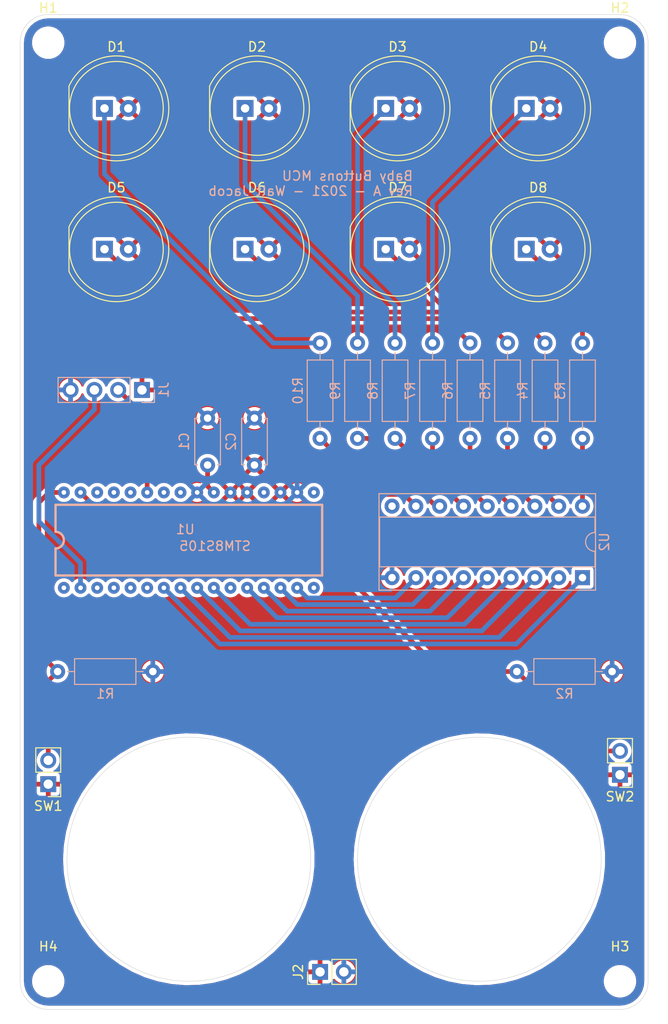
<source format=kicad_pcb>
(kicad_pcb (version 20171130) (host pcbnew "(5.1.9)-1")
  (layers (0 F.Cu signal) (31 B.Cu signal) (34 B.Paste user) (35 F.Paste user) (36 B.SilkS user) (37 F.SilkS user) (38 B.Mask user) (39 F.Mask user) (44 Edge.Cuts user))
  (net 0 "")
  (net 1 "Net-(C1-Pad2)")
  (net 2 GNDREF)
  (net 3 VDD)
  (net 4 "Net-(D1-Pad1)")
  (net 5 "Net-(D2-Pad1)")
  (net 6 "Net-(D3-Pad1)")
  (net 7 "Net-(D4-Pad1)")
  (net 8 "Net-(D5-Pad1)")
  (net 9 "Net-(D6-Pad1)")
  (net 10 "Net-(D7-Pad1)")
  (net 11 "Net-(D8-Pad1)")
  (net 12 SWIM)
  (net 13 ~RST)
  (net 14 SW1)
  (net 15 SW2)
  (net 16 "Net-(R3-Pad2)")
  (net 17 "Net-(R4-Pad2)")
  (net 18 "Net-(R5-Pad2)")
  (net 19 "Net-(R6-Pad2)")
  (net 20 "Net-(R7-Pad2)")
  (net 21 "Net-(R8-Pad2)")
  (net 22 "Net-(R9-Pad2)")
  (net 23 "Net-(R10-Pad2)")
  (net 24 "Net-(U1-Pad3)")
  (net 25 "Net-(U1-Pad4)")
  (net 26 "Net-(U1-Pad5)")
  (net 27 "Net-(U1-Pad7)")
  (net 28 "Net-(U1-Pad8)")
  (net 29 "Net-(U1-Pad13)")
  (net 30 "Net-(U1-Pad16)")
  (net 31 "Net-(U1-Pad17)")
  (net 32 CNTD)
  (net 33 CNTC)
  (net 34 CNTB)
  (net 35 CNTA)
  (net 36 "Net-(U1-Pad22)")
  (net 37 ~SW1)
  (net 38 ~SW2)
  (net 39 SW1OR2)
  (net 40 SW1&2)
  (net 41 "Net-(U1-Pad27)")
  (net 42 "Net-(U1-Pad28)")
  (net 43 "Net-(U1-Pad29)")
  (net 44 "Net-(U1-Pad30)")
  (net 45 "Net-(U1-Pad32)")
  (net 46 "Net-(U2-Pad10)")
  (module Package_DIP:DIP-18_W7.62mm_Socket (layer B.Cu) (at 160 110 90)
    (fp_text reference U2 (at 3.81 2.33 90) (layer B.SilkS) (effects (justify mirror)))
    (fp_text value ULN2803A)
    (fp_arc (start 3.81 1.33) (end 2.81 1.33) (angle 180) (layer B.SilkS) (width 0.12))
    (fp_line (start 2.81 1.33) (end 1.16 1.33) (layer B.SilkS) (width 0.12))
    (fp_line (start 1.16 1.33) (end 1.16 -21.65) (layer B.SilkS) (width 0.12))
    (fp_line (start 1.16 -21.65) (end 6.46 -21.65) (layer B.SilkS) (width 0.12))
    (fp_line (start 6.46 -21.65) (end 6.46 1.33) (layer B.SilkS) (width 0.12))
    (fp_line (start 6.46 1.33) (end 4.81 1.33) (layer B.SilkS) (width 0.12))
    (fp_line (start -1.33 1.39) (end -1.33 -21.71) (layer B.SilkS) (width 0.12))
    (fp_line (start -1.33 -21.71) (end 8.95 -21.71) (layer B.SilkS) (width 0.12))
    (fp_line (start 8.95 -21.71) (end 8.95 1.39) (layer B.SilkS) (width 0.12))
    (fp_line (start 8.95 1.39) (end -1.33 1.39) (layer B.SilkS) (width 0.12))
    (pad 18 thru_hole oval (at 7.62 0 90) (size 1.6 1.6) (drill 0.8) (layers *.Cu *.Mask) (net 16 "Net-(R3-Pad2)"))
    (pad 9 thru_hole oval (at 0 -20.32 90) (size 1.6 1.6) (drill 0.8) (layers *.Cu *.Mask) (net 2 GNDREF))
    (pad 17 thru_hole oval (at 7.62 -2.54 90) (size 1.6 1.6) (drill 0.8) (layers *.Cu *.Mask) (net 17 "Net-(R4-Pad2)"))
    (pad 8 thru_hole oval (at 0 -17.78 90) (size 1.6 1.6) (drill 0.8) (layers *.Cu *.Mask) (net 40 SW1&2))
    (pad 16 thru_hole oval (at 7.62 -5.08 90) (size 1.6 1.6) (drill 0.8) (layers *.Cu *.Mask) (net 18 "Net-(R5-Pad2)"))
    (pad 7 thru_hole oval (at 0 -15.24 90) (size 1.6 1.6) (drill 0.8) (layers *.Cu *.Mask) (net 39 SW1OR2))
    (pad 15 thru_hole oval (at 7.62 -7.62 90) (size 1.6 1.6) (drill 0.8) (layers *.Cu *.Mask) (net 19 "Net-(R6-Pad2)"))
    (pad 6 thru_hole oval (at 0 -12.7 90) (size 1.6 1.6) (drill 0.8) (layers *.Cu *.Mask) (net 38 ~SW2))
    (pad 14 thru_hole oval (at 7.62 -10.16 90) (size 1.6 1.6) (drill 0.8) (layers *.Cu *.Mask) (net 20 "Net-(R7-Pad2)"))
    (pad 5 thru_hole oval (at 0 -10.16 90) (size 1.6 1.6) (drill 0.8) (layers *.Cu *.Mask) (net 37 ~SW1))
    (pad 13 thru_hole oval (at 7.62 -12.7 90) (size 1.6 1.6) (drill 0.8) (layers *.Cu *.Mask) (net 21 "Net-(R8-Pad2)"))
    (pad 4 thru_hole oval (at 0 -7.62 90) (size 1.6 1.6) (drill 0.8) (layers *.Cu *.Mask) (net 35 CNTA))
    (pad 12 thru_hole oval (at 7.62 -15.24 90) (size 1.6 1.6) (drill 0.8) (layers *.Cu *.Mask) (net 22 "Net-(R9-Pad2)"))
    (pad 3 thru_hole oval (at 0 -5.08 90) (size 1.6 1.6) (drill 0.8) (layers *.Cu *.Mask) (net 34 CNTB))
    (pad 11 thru_hole oval (at 7.62 -17.78 90) (size 1.6 1.6) (drill 0.8) (layers *.Cu *.Mask) (net 23 "Net-(R10-Pad2)"))
    (pad 2 thru_hole oval (at 0 -2.54 90) (size 1.6 1.6) (drill 0.8) (layers *.Cu *.Mask) (net 33 CNTC))
    (pad 10 thru_hole oval (at 7.62 -20.32 90) (size 1.6 1.6) (drill 0.8) (layers *.Cu *.Mask) (net 46 "Net-(U2-Pad10)"))
    (pad 1 thru_hole rect (at 0 0 90) (size 1.6 1.6) (drill 0.8) (layers *.Cu *.Mask) (net 32 CNTD))
  )
  (module Custom:SDIP32-400 (layer B.Cu) (at 118 106)
    (fp_text reference U1 (at -0.381 -1.143) (layer B.SilkS) (effects (justify mirror)))
    (fp_text value STM8S105 (at 2.794 0.635) (layer B.SilkS) (effects (justify mirror)))
    (fp_arc (start -14.224 0) (end -14.224 -0.889) (angle 180) (layer B.SilkS) (width 0.254))
    (fp_line (start -14.224 -3.765) (end 14.224 -3.765) (layer B.SilkS) (width 0.254))
    (fp_line (start 14.224 -3.765) (end 14.224 3.765) (layer B.SilkS) (width 0.254))
    (fp_line (start 14.224 3.765) (end -14.224 3.765) (layer B.SilkS) (width 0.254))
    (fp_line (start -14.224 3.765) (end -14.224 0.889) (layer B.SilkS) (width 0.254))
    (fp_line (start -14.224 -0.889) (end -14.224 -3.765) (layer B.SilkS) (width 0.254))
    (pad 1 thru_hole circle (at -13.335 -5.08) (size 1.27 1.27) (drill 0.5) (layers *.Cu *.Mask) (net 14 SW1))
    (pad 2 thru_hole circle (at -11.557 -5.08) (size 1.27 1.27) (drill 0.5) (layers *.Cu *.Mask) (net 15 SW2))
    (pad 3 thru_hole circle (at -9.779 -5.08) (size 1.27 1.27) (drill 0.5) (layers *.Cu *.Mask) (net 24 "Net-(U1-Pad3)"))
    (pad 4 thru_hole circle (at -8.001 -5.08) (size 1.27 1.27) (drill 0.5) (layers *.Cu *.Mask) (net 25 "Net-(U1-Pad4)"))
    (pad 5 thru_hole circle (at -6.223 -5.08) (size 1.27 1.27) (drill 0.5) (layers *.Cu *.Mask) (net 26 "Net-(U1-Pad5)"))
    (pad 6 thru_hole circle (at -4.445 -5.08) (size 1.27 1.27) (drill 0.5) (layers *.Cu *.Mask) (net 13 ~RST))
    (pad 7 thru_hole circle (at -2.667 -5.08) (size 1.27 1.27) (drill 0.5) (layers *.Cu *.Mask) (net 27 "Net-(U1-Pad7)"))
    (pad 8 thru_hole circle (at -0.889 -5.08) (size 1.27 1.27) (drill 0.5) (layers *.Cu *.Mask) (net 28 "Net-(U1-Pad8)"))
    (pad 9 thru_hole circle (at 0.889 -5.08) (size 1.27 1.27) (drill 0.5) (layers *.Cu *.Mask) (net 2 GNDREF))
    (pad 10 thru_hole circle (at 2.667 -5.08) (size 1.27 1.27) (drill 0.5) (layers *.Cu *.Mask) (net 1 "Net-(C1-Pad2)"))
    (pad 11 thru_hole circle (at 4.445 -5.08) (size 1.27 1.27) (drill 0.5) (layers *.Cu *.Mask) (net 3 VDD))
    (pad 12 thru_hole circle (at 6.223 -5.08) (size 1.27 1.27) (drill 0.5) (layers *.Cu *.Mask) (net 3 VDD))
    (pad 13 thru_hole circle (at 8.001 -5.08) (size 1.27 1.27) (drill 0.5) (layers *.Cu *.Mask) (net 29 "Net-(U1-Pad13)"))
    (pad 14 thru_hole circle (at 9.779 -5.08) (size 1.27 1.27) (drill 0.5) (layers *.Cu *.Mask) (net 3 VDD))
    (pad 15 thru_hole circle (at 11.557 -5.08) (size 1.27 1.27) (drill 0.5) (layers *.Cu *.Mask) (net 2 GNDREF))
    (pad 16 thru_hole circle (at 13.335 -5.08) (size 1.27 1.27) (drill 0.5) (layers *.Cu *.Mask) (net 30 "Net-(U1-Pad16)"))
    (pad 17 thru_hole circle (at 13.335 5.08) (size 1.27 1.27) (drill 0.5) (layers *.Cu *.Mask) (net 31 "Net-(U1-Pad17)"))
    (pad 18 thru_hole circle (at 11.557 5.08) (size 1.27 1.27) (drill 0.5) (layers *.Cu *.Mask) (net 40 SW1&2))
    (pad 19 thru_hole circle (at 9.779 5.08) (size 1.27 1.27) (drill 0.5) (layers *.Cu *.Mask) (net 39 SW1OR2))
    (pad 20 thru_hole circle (at 8.001 5.08) (size 1.27 1.27) (drill 0.5) (layers *.Cu *.Mask) (net 38 ~SW2))
    (pad 21 thru_hole circle (at 6.223 5.08) (size 1.27 1.27) (drill 0.5) (layers *.Cu *.Mask) (net 37 ~SW1))
    (pad 22 thru_hole circle (at 4.445 5.08) (size 1.27 1.27) (drill 0.5) (layers *.Cu *.Mask) (net 36 "Net-(U1-Pad22)"))
    (pad 23 thru_hole circle (at 2.667 5.08) (size 1.27 1.27) (drill 0.5) (layers *.Cu *.Mask) (net 35 CNTA))
    (pad 24 thru_hole circle (at 0.889 5.08) (size 1.27 1.27) (drill 0.5) (layers *.Cu *.Mask) (net 34 CNTB))
    (pad 25 thru_hole circle (at -0.889 5.08) (size 1.27 1.27) (drill 0.5) (layers *.Cu *.Mask) (net 33 CNTC))
    (pad 26 thru_hole circle (at -2.667 5.08) (size 1.27 1.27) (drill 0.5) (layers *.Cu *.Mask) (net 32 CNTD))
    (pad 27 thru_hole circle (at -4.445 5.08) (size 1.27 1.27) (drill 0.5) (layers *.Cu *.Mask) (net 41 "Net-(U1-Pad27)"))
    (pad 28 thru_hole circle (at -6.223 5.08) (size 1.27 1.27) (drill 0.5) (layers *.Cu *.Mask) (net 42 "Net-(U1-Pad28)"))
    (pad 29 thru_hole circle (at -8.001 5.08) (size 1.27 1.27) (drill 0.5) (layers *.Cu *.Mask) (net 43 "Net-(U1-Pad29)"))
    (pad 30 thru_hole circle (at -9.779 5.08) (size 1.27 1.27) (drill 0.5) (layers *.Cu *.Mask) (net 44 "Net-(U1-Pad30)"))
    (pad 31 thru_hole circle (at -11.557 5.08) (size 1.27 1.27) (drill 0.5) (layers *.Cu *.Mask) (net 12 SWIM))
    (pad 32 thru_hole circle (at -13.335 5.08) (size 1.27 1.27) (drill 0.5) (layers *.Cu *.Mask) (net 45 "Net-(U1-Pad32)"))
  )
  (module Connector_PinHeader_2.54mm:PinHeader_1x02_P2.54mm_Vertical (layer F.Cu) (at 164 131 180)
    (fp_text reference SW2 (at 0 -2.33) (layer F.SilkS))
    (fp_text value SW_SPST)
    (fp_line (start -1.33 3.87) (end 1.33 3.87) (layer F.SilkS) (width 0.12))
    (fp_line (start -1.33 1.27) (end -1.33 3.87) (layer F.SilkS) (width 0.12))
    (fp_line (start 1.33 1.27) (end 1.33 3.87) (layer F.SilkS) (width 0.12))
    (fp_line (start -1.33 1.27) (end 1.33 1.27) (layer F.SilkS) (width 0.12))
    (fp_line (start -1.33 0) (end -1.33 -1.33) (layer F.SilkS) (width 0.12))
    (fp_line (start -1.33 -1.33) (end 0 -1.33) (layer F.SilkS) (width 0.12))
    (pad 2 thru_hole oval (at 0 2.54 180) (size 1.7 1.7) (drill 1) (layers *.Cu *.Mask) (net 15 SW2))
    (pad 1 thru_hole rect (at 0 0 180) (size 1.7 1.7) (drill 1) (layers *.Cu *.Mask) (net 3 VDD))
  )
  (module Connector_PinHeader_2.54mm:PinHeader_1x02_P2.54mm_Vertical (layer F.Cu) (at 103 132 180)
    (fp_text reference SW1 (at 0 -2.33) (layer F.SilkS))
    (fp_text value SW_SPST)
    (fp_line (start -1.33 3.87) (end 1.33 3.87) (layer F.SilkS) (width 0.12))
    (fp_line (start -1.33 1.27) (end -1.33 3.87) (layer F.SilkS) (width 0.12))
    (fp_line (start 1.33 1.27) (end 1.33 3.87) (layer F.SilkS) (width 0.12))
    (fp_line (start -1.33 1.27) (end 1.33 1.27) (layer F.SilkS) (width 0.12))
    (fp_line (start -1.33 0) (end -1.33 -1.33) (layer F.SilkS) (width 0.12))
    (fp_line (start -1.33 -1.33) (end 0 -1.33) (layer F.SilkS) (width 0.12))
    (pad 2 thru_hole oval (at 0 2.54 180) (size 1.7 1.7) (drill 1) (layers *.Cu *.Mask) (net 14 SW1))
    (pad 1 thru_hole rect (at 0 0 180) (size 1.7 1.7) (drill 1) (layers *.Cu *.Mask) (net 3 VDD))
  )
  (module Resistor_THT:R_Axial_DIN0207_L6.3mm_D2.5mm_P10.16mm_Horizontal (layer B.Cu) (at 132 85 270)
    (fp_text reference R10 (at 5.08 2.37 90) (layer B.SilkS) (effects (justify mirror)))
    (fp_text value 100)
    (fp_line (start 1.81 1.37) (end 1.81 -1.37) (layer B.SilkS) (width 0.12))
    (fp_line (start 1.81 -1.37) (end 8.35 -1.37) (layer B.SilkS) (width 0.12))
    (fp_line (start 8.35 -1.37) (end 8.35 1.37) (layer B.SilkS) (width 0.12))
    (fp_line (start 8.35 1.37) (end 1.81 1.37) (layer B.SilkS) (width 0.12))
    (fp_line (start 1.04 0) (end 1.81 0) (layer B.SilkS) (width 0.12))
    (fp_line (start 9.12 0) (end 8.35 0) (layer B.SilkS) (width 0.12))
    (pad 2 thru_hole oval (at 10.16 0 270) (size 1.6 1.6) (drill 0.8) (layers *.Cu *.Mask) (net 23 "Net-(R10-Pad2)"))
    (pad 1 thru_hole circle (at 0 0 270) (size 1.6 1.6) (drill 0.8) (layers *.Cu *.Mask) (net 4 "Net-(D1-Pad1)"))
  )
  (module Resistor_THT:R_Axial_DIN0207_L6.3mm_D2.5mm_P10.16mm_Horizontal (layer B.Cu) (at 136 85 270)
    (fp_text reference R9 (at 5.08 2.37 90) (layer B.SilkS) (effects (justify mirror)))
    (fp_text value 100)
    (fp_line (start 1.81 1.37) (end 1.81 -1.37) (layer B.SilkS) (width 0.12))
    (fp_line (start 1.81 -1.37) (end 8.35 -1.37) (layer B.SilkS) (width 0.12))
    (fp_line (start 8.35 -1.37) (end 8.35 1.37) (layer B.SilkS) (width 0.12))
    (fp_line (start 8.35 1.37) (end 1.81 1.37) (layer B.SilkS) (width 0.12))
    (fp_line (start 1.04 0) (end 1.81 0) (layer B.SilkS) (width 0.12))
    (fp_line (start 9.12 0) (end 8.35 0) (layer B.SilkS) (width 0.12))
    (pad 2 thru_hole oval (at 10.16 0 270) (size 1.6 1.6) (drill 0.8) (layers *.Cu *.Mask) (net 22 "Net-(R9-Pad2)"))
    (pad 1 thru_hole circle (at 0 0 270) (size 1.6 1.6) (drill 0.8) (layers *.Cu *.Mask) (net 5 "Net-(D2-Pad1)"))
  )
  (module Resistor_THT:R_Axial_DIN0207_L6.3mm_D2.5mm_P10.16mm_Horizontal (layer B.Cu) (at 140 85 270)
    (fp_text reference R8 (at 5.08 2.37 90) (layer B.SilkS) (effects (justify mirror)))
    (fp_text value 100)
    (fp_line (start 1.81 1.37) (end 1.81 -1.37) (layer B.SilkS) (width 0.12))
    (fp_line (start 1.81 -1.37) (end 8.35 -1.37) (layer B.SilkS) (width 0.12))
    (fp_line (start 8.35 -1.37) (end 8.35 1.37) (layer B.SilkS) (width 0.12))
    (fp_line (start 8.35 1.37) (end 1.81 1.37) (layer B.SilkS) (width 0.12))
    (fp_line (start 1.04 0) (end 1.81 0) (layer B.SilkS) (width 0.12))
    (fp_line (start 9.12 0) (end 8.35 0) (layer B.SilkS) (width 0.12))
    (pad 2 thru_hole oval (at 10.16 0 270) (size 1.6 1.6) (drill 0.8) (layers *.Cu *.Mask) (net 21 "Net-(R8-Pad2)"))
    (pad 1 thru_hole circle (at 0 0 270) (size 1.6 1.6) (drill 0.8) (layers *.Cu *.Mask) (net 6 "Net-(D3-Pad1)"))
  )
  (module Resistor_THT:R_Axial_DIN0207_L6.3mm_D2.5mm_P10.16mm_Horizontal (layer B.Cu) (at 144 85 270)
    (fp_text reference R7 (at 5.08 2.37 90) (layer B.SilkS) (effects (justify mirror)))
    (fp_text value 100)
    (fp_line (start 1.81 1.37) (end 1.81 -1.37) (layer B.SilkS) (width 0.12))
    (fp_line (start 1.81 -1.37) (end 8.35 -1.37) (layer B.SilkS) (width 0.12))
    (fp_line (start 8.35 -1.37) (end 8.35 1.37) (layer B.SilkS) (width 0.12))
    (fp_line (start 8.35 1.37) (end 1.81 1.37) (layer B.SilkS) (width 0.12))
    (fp_line (start 1.04 0) (end 1.81 0) (layer B.SilkS) (width 0.12))
    (fp_line (start 9.12 0) (end 8.35 0) (layer B.SilkS) (width 0.12))
    (pad 2 thru_hole oval (at 10.16 0 270) (size 1.6 1.6) (drill 0.8) (layers *.Cu *.Mask) (net 20 "Net-(R7-Pad2)"))
    (pad 1 thru_hole circle (at 0 0 270) (size 1.6 1.6) (drill 0.8) (layers *.Cu *.Mask) (net 7 "Net-(D4-Pad1)"))
  )
  (module Resistor_THT:R_Axial_DIN0207_L6.3mm_D2.5mm_P10.16mm_Horizontal (layer B.Cu) (at 148 85 270)
    (fp_text reference R6 (at 5.08 2.37 270) (layer B.SilkS) (effects (justify mirror)))
    (fp_text value 100)
    (fp_line (start 1.81 1.37) (end 1.81 -1.37) (layer B.SilkS) (width 0.12))
    (fp_line (start 1.81 -1.37) (end 8.35 -1.37) (layer B.SilkS) (width 0.12))
    (fp_line (start 8.35 -1.37) (end 8.35 1.37) (layer B.SilkS) (width 0.12))
    (fp_line (start 8.35 1.37) (end 1.81 1.37) (layer B.SilkS) (width 0.12))
    (fp_line (start 1.04 0) (end 1.81 0) (layer B.SilkS) (width 0.12))
    (fp_line (start 9.12 0) (end 8.35 0) (layer B.SilkS) (width 0.12))
    (pad 2 thru_hole oval (at 10.16 0 270) (size 1.6 1.6) (drill 0.8) (layers *.Cu *.Mask) (net 19 "Net-(R6-Pad2)"))
    (pad 1 thru_hole circle (at 0 0 270) (size 1.6 1.6) (drill 0.8) (layers *.Cu *.Mask) (net 8 "Net-(D5-Pad1)"))
  )
  (module Resistor_THT:R_Axial_DIN0207_L6.3mm_D2.5mm_P10.16mm_Horizontal (layer B.Cu) (at 152 85 270)
    (fp_text reference R5 (at 5.08 2.37 270) (layer B.SilkS) (effects (justify mirror)))
    (fp_text value 100)
    (fp_line (start 1.81 1.37) (end 1.81 -1.37) (layer B.SilkS) (width 0.12))
    (fp_line (start 1.81 -1.37) (end 8.35 -1.37) (layer B.SilkS) (width 0.12))
    (fp_line (start 8.35 -1.37) (end 8.35 1.37) (layer B.SilkS) (width 0.12))
    (fp_line (start 8.35 1.37) (end 1.81 1.37) (layer B.SilkS) (width 0.12))
    (fp_line (start 1.04 0) (end 1.81 0) (layer B.SilkS) (width 0.12))
    (fp_line (start 9.12 0) (end 8.35 0) (layer B.SilkS) (width 0.12))
    (pad 2 thru_hole oval (at 10.16 0 270) (size 1.6 1.6) (drill 0.8) (layers *.Cu *.Mask) (net 18 "Net-(R5-Pad2)"))
    (pad 1 thru_hole circle (at 0 0 270) (size 1.6 1.6) (drill 0.8) (layers *.Cu *.Mask) (net 9 "Net-(D6-Pad1)"))
  )
  (module Resistor_THT:R_Axial_DIN0207_L6.3mm_D2.5mm_P10.16mm_Horizontal (layer B.Cu) (at 156 85 270)
    (fp_text reference R4 (at 5.08 2.37 270) (layer B.SilkS) (effects (justify mirror)))
    (fp_text value 100)
    (fp_line (start 1.81 1.37) (end 1.81 -1.37) (layer B.SilkS) (width 0.12))
    (fp_line (start 1.81 -1.37) (end 8.35 -1.37) (layer B.SilkS) (width 0.12))
    (fp_line (start 8.35 -1.37) (end 8.35 1.37) (layer B.SilkS) (width 0.12))
    (fp_line (start 8.35 1.37) (end 1.81 1.37) (layer B.SilkS) (width 0.12))
    (fp_line (start 1.04 0) (end 1.81 0) (layer B.SilkS) (width 0.12))
    (fp_line (start 9.12 0) (end 8.35 0) (layer B.SilkS) (width 0.12))
    (pad 2 thru_hole oval (at 10.16 0 270) (size 1.6 1.6) (drill 0.8) (layers *.Cu *.Mask) (net 17 "Net-(R4-Pad2)"))
    (pad 1 thru_hole circle (at 0 0 270) (size 1.6 1.6) (drill 0.8) (layers *.Cu *.Mask) (net 10 "Net-(D7-Pad1)"))
  )
  (module Resistor_THT:R_Axial_DIN0207_L6.3mm_D2.5mm_P10.16mm_Horizontal (layer B.Cu) (at 160 85 270)
    (fp_text reference R3 (at 5.08 2.37 270) (layer B.SilkS) (effects (justify mirror)))
    (fp_text value 100)
    (fp_line (start 1.81 1.37) (end 1.81 -1.37) (layer B.SilkS) (width 0.12))
    (fp_line (start 1.81 -1.37) (end 8.35 -1.37) (layer B.SilkS) (width 0.12))
    (fp_line (start 8.35 -1.37) (end 8.35 1.37) (layer B.SilkS) (width 0.12))
    (fp_line (start 8.35 1.37) (end 1.81 1.37) (layer B.SilkS) (width 0.12))
    (fp_line (start 1.04 0) (end 1.81 0) (layer B.SilkS) (width 0.12))
    (fp_line (start 9.12 0) (end 8.35 0) (layer B.SilkS) (width 0.12))
    (pad 2 thru_hole oval (at 10.16 0 270) (size 1.6 1.6) (drill 0.8) (layers *.Cu *.Mask) (net 16 "Net-(R3-Pad2)"))
    (pad 1 thru_hole circle (at 0 0 270) (size 1.6 1.6) (drill 0.8) (layers *.Cu *.Mask) (net 11 "Net-(D8-Pad1)"))
  )
  (module Resistor_THT:R_Axial_DIN0207_L6.3mm_D2.5mm_P10.16mm_Horizontal (layer B.Cu) (at 153 120)
    (fp_text reference R2 (at 5.08 2.37) (layer B.SilkS) (effects (justify mirror)))
    (fp_text value 100k)
    (fp_line (start 1.81 1.37) (end 1.81 -1.37) (layer B.SilkS) (width 0.12))
    (fp_line (start 1.81 -1.37) (end 8.35 -1.37) (layer B.SilkS) (width 0.12))
    (fp_line (start 8.35 -1.37) (end 8.35 1.37) (layer B.SilkS) (width 0.12))
    (fp_line (start 8.35 1.37) (end 1.81 1.37) (layer B.SilkS) (width 0.12))
    (fp_line (start 1.04 0) (end 1.81 0) (layer B.SilkS) (width 0.12))
    (fp_line (start 9.12 0) (end 8.35 0) (layer B.SilkS) (width 0.12))
    (pad 2 thru_hole oval (at 10.16 0) (size 1.6 1.6) (drill 0.8) (layers *.Cu *.Mask) (net 2 GNDREF))
    (pad 1 thru_hole circle (at 0 0) (size 1.6 1.6) (drill 0.8) (layers *.Cu *.Mask) (net 15 SW2))
  )
  (module Resistor_THT:R_Axial_DIN0207_L6.3mm_D2.5mm_P10.16mm_Horizontal (layer B.Cu) (at 104 120)
    (fp_text reference R1 (at 5.08 2.37) (layer B.SilkS) (effects (justify mirror)))
    (fp_text value 100k)
    (fp_line (start 1.81 1.37) (end 1.81 -1.37) (layer B.SilkS) (width 0.12))
    (fp_line (start 1.81 -1.37) (end 8.35 -1.37) (layer B.SilkS) (width 0.12))
    (fp_line (start 8.35 -1.37) (end 8.35 1.37) (layer B.SilkS) (width 0.12))
    (fp_line (start 8.35 1.37) (end 1.81 1.37) (layer B.SilkS) (width 0.12))
    (fp_line (start 1.04 0) (end 1.81 0) (layer B.SilkS) (width 0.12))
    (fp_line (start 9.12 0) (end 8.35 0) (layer B.SilkS) (width 0.12))
    (pad 2 thru_hole oval (at 10.16 0) (size 1.6 1.6) (drill 0.8) (layers *.Cu *.Mask) (net 2 GNDREF))
    (pad 1 thru_hole circle (at 0 0) (size 1.6 1.6) (drill 0.8) (layers *.Cu *.Mask) (net 14 SW1))
  )
  (module Connector_PinHeader_2.54mm:PinHeader_1x02_P2.54mm_Vertical (layer F.Cu) (at 132 152 90)
    (fp_text reference J2 (at 0 -2.33 90) (layer F.SilkS))
    (fp_text value PWR)
    (fp_line (start -1.33 3.87) (end 1.33 3.87) (layer F.SilkS) (width 0.12))
    (fp_line (start -1.33 1.27) (end -1.33 3.87) (layer F.SilkS) (width 0.12))
    (fp_line (start 1.33 1.27) (end 1.33 3.87) (layer F.SilkS) (width 0.12))
    (fp_line (start -1.33 1.27) (end 1.33 1.27) (layer F.SilkS) (width 0.12))
    (fp_line (start -1.33 0) (end -1.33 -1.33) (layer F.SilkS) (width 0.12))
    (fp_line (start -1.33 -1.33) (end 0 -1.33) (layer F.SilkS) (width 0.12))
    (pad 2 thru_hole oval (at 0 2.54 90) (size 1.7 1.7) (drill 1) (layers *.Cu *.Mask) (net 2 GNDREF))
    (pad 1 thru_hole rect (at 0 0 90) (size 1.7 1.7) (drill 1) (layers *.Cu *.Mask) (net 3 VDD))
  )
  (module Connector_PinHeader_2.54mm:PinHeader_1x04_P2.54mm_Vertical (layer B.Cu) (at 113 90 90)
    (fp_text reference J1 (at 0 2.33 -90) (layer B.SilkS) (effects (justify mirror)))
    (fp_text value SWIM)
    (fp_line (start -1.33 -8.95) (end 1.33 -8.95) (layer B.SilkS) (width 0.12))
    (fp_line (start -1.33 -1.27) (end -1.33 -8.95) (layer B.SilkS) (width 0.12))
    (fp_line (start 1.33 -1.27) (end 1.33 -8.95) (layer B.SilkS) (width 0.12))
    (fp_line (start -1.33 -1.27) (end 1.33 -1.27) (layer B.SilkS) (width 0.12))
    (fp_line (start -1.33 0) (end -1.33 1.33) (layer B.SilkS) (width 0.12))
    (fp_line (start -1.33 1.33) (end 0 1.33) (layer B.SilkS) (width 0.12))
    (pad 4 thru_hole oval (at 0 -7.62 90) (size 1.7 1.7) (drill 1) (layers *.Cu *.Mask) (net 2 GNDREF))
    (pad 3 thru_hole oval (at 0 -5.08 90) (size 1.7 1.7) (drill 1) (layers *.Cu *.Mask) (net 12 SWIM))
    (pad 2 thru_hole oval (at 0 -2.54 90) (size 1.7 1.7) (drill 1) (layers *.Cu *.Mask) (net 13 ~RST))
    (pad 1 thru_hole rect (at 0 0 90) (size 1.7 1.7) (drill 1) (layers *.Cu *.Mask) (net 3 VDD))
  )
  (module MountingHole:MountingHole_2.7mm_M2.5 (layer F.Cu) (at 103 153)
    (fp_text reference H4 (at 0 -3.7) (layer F.SilkS))
    (fp_text value MountingHole)
    (pad 1 np_thru_hole circle (at 0 0) (size 2.7 2.7) (drill 2.7) (layers *.Cu *.Mask))
  )
  (module MountingHole:MountingHole_2.7mm_M2.5 (layer F.Cu) (at 164 153)
    (fp_text reference H3 (at 0 -3.7) (layer F.SilkS))
    (fp_text value MountingHole)
    (pad 1 np_thru_hole circle (at 0 0) (size 2.7 2.7) (drill 2.7) (layers *.Cu *.Mask))
  )
  (module MountingHole:MountingHole_2.7mm_M2.5 (layer F.Cu) (at 164 53)
    (fp_text reference H2 (at 0 -3.7) (layer F.SilkS))
    (fp_text value MountingHole)
    (pad 1 np_thru_hole circle (at 0 0) (size 2.7 2.7) (drill 2.7) (layers *.Cu *.Mask))
  )
  (module MountingHole:MountingHole_2.7mm_M2.5 (layer F.Cu) (at 103 53)
    (fp_text reference H1 (at 0 -3.7) (layer F.SilkS))
    (fp_text value MountingHole)
    (pad 1 np_thru_hole circle (at 0 0) (size 2.7 2.7) (drill 2.7) (layers *.Cu *.Mask))
  )
  (module LED_THT:LED_D10.0mm (layer F.Cu) (at 154 75)
    (fp_text reference D8 (at 1.27 -6.56) (layer F.SilkS))
    (fp_text value LEDR)
    (fp_arc (start 1.27 0) (end -3.79 2.375816) (angle -154.8) (layer F.SilkS) (width 0.12))
    (fp_arc (start 1.27 0) (end -3.79 -2.375816) (angle 154.8) (layer F.SilkS) (width 0.12))
    (fp_circle (center 1.27 0) (end 6.27 0) (layer F.SilkS) (width 0.12))
    (fp_line (start -3.79 -2.376) (end -3.79 2.376) (layer F.SilkS) (width 0.12))
    (pad 2 thru_hole circle (at 2.54 0) (size 1.8 1.8) (drill 0.9) (layers *.Cu *.Mask) (net 3 VDD))
    (pad 1 thru_hole rect (at 0 0) (size 1.8 1.8) (drill 0.9) (layers *.Cu *.Mask) (net 11 "Net-(D8-Pad1)"))
  )
  (module LED_THT:LED_D10.0mm (layer F.Cu) (at 139 75)
    (fp_text reference D7 (at 1.27 -6.56) (layer F.SilkS))
    (fp_text value LEDR)
    (fp_arc (start 1.27 0) (end -3.79 2.375816) (angle -154.8) (layer F.SilkS) (width 0.12))
    (fp_arc (start 1.27 0) (end -3.79 -2.375816) (angle 154.8) (layer F.SilkS) (width 0.12))
    (fp_circle (center 1.27 0) (end 6.27 0) (layer F.SilkS) (width 0.12))
    (fp_line (start -3.79 -2.376) (end -3.79 2.376) (layer F.SilkS) (width 0.12))
    (pad 2 thru_hole circle (at 2.54 0) (size 1.8 1.8) (drill 0.9) (layers *.Cu *.Mask) (net 3 VDD))
    (pad 1 thru_hole rect (at 0 0) (size 1.8 1.8) (drill 0.9) (layers *.Cu *.Mask) (net 10 "Net-(D7-Pad1)"))
  )
  (module LED_THT:LED_D10.0mm (layer F.Cu) (at 124 75)
    (fp_text reference D6 (at 1.27 -6.56) (layer F.SilkS))
    (fp_text value LEDR)
    (fp_arc (start 1.27 0) (end -3.79 2.375816) (angle -154.8) (layer F.SilkS) (width 0.12))
    (fp_arc (start 1.27 0) (end -3.79 -2.375816) (angle 154.8) (layer F.SilkS) (width 0.12))
    (fp_circle (center 1.27 0) (end 6.27 0) (layer F.SilkS) (width 0.12))
    (fp_line (start -3.79 -2.376) (end -3.79 2.376) (layer F.SilkS) (width 0.12))
    (pad 2 thru_hole circle (at 2.54 0) (size 1.8 1.8) (drill 0.9) (layers *.Cu *.Mask) (net 3 VDD))
    (pad 1 thru_hole rect (at 0 0) (size 1.8 1.8) (drill 0.9) (layers *.Cu *.Mask) (net 9 "Net-(D6-Pad1)"))
  )
  (module LED_THT:LED_D10.0mm (layer F.Cu) (at 109 75)
    (fp_text reference D5 (at 1.27 -6.56) (layer F.SilkS))
    (fp_text value LEDR)
    (fp_arc (start 1.27 0) (end -3.79 2.375816) (angle -154.8) (layer F.SilkS) (width 0.12))
    (fp_arc (start 1.27 0) (end -3.79 -2.375816) (angle 154.8) (layer F.SilkS) (width 0.12))
    (fp_circle (center 1.27 0) (end 6.27 0) (layer F.SilkS) (width 0.12))
    (fp_line (start -3.79 -2.376) (end -3.79 2.376) (layer F.SilkS) (width 0.12))
    (pad 2 thru_hole circle (at 2.54 0) (size 1.8 1.8) (drill 0.9) (layers *.Cu *.Mask) (net 3 VDD))
    (pad 1 thru_hole rect (at 0 0) (size 1.8 1.8) (drill 0.9) (layers *.Cu *.Mask) (net 8 "Net-(D5-Pad1)"))
  )
  (module LED_THT:LED_D10.0mm (layer F.Cu) (at 154 60)
    (fp_text reference D4 (at 1.27 -6.56) (layer F.SilkS))
    (fp_text value LEDY)
    (fp_arc (start 1.27 0) (end -3.79 2.375816) (angle -154.8) (layer F.SilkS) (width 0.12))
    (fp_arc (start 1.27 0) (end -3.79 -2.375816) (angle 154.8) (layer F.SilkS) (width 0.12))
    (fp_circle (center 1.27 0) (end 6.27 0) (layer F.SilkS) (width 0.12))
    (fp_line (start -3.79 -2.376) (end -3.79 2.376) (layer F.SilkS) (width 0.12))
    (pad 2 thru_hole circle (at 2.54 0) (size 1.8 1.8) (drill 0.9) (layers *.Cu *.Mask) (net 3 VDD))
    (pad 1 thru_hole rect (at 0 0) (size 1.8 1.8) (drill 0.9) (layers *.Cu *.Mask) (net 7 "Net-(D4-Pad1)"))
  )
  (module LED_THT:LED_D10.0mm (layer F.Cu) (at 139 60)
    (fp_text reference D3 (at 1.27 -6.56) (layer F.SilkS))
    (fp_text value LEDY)
    (fp_arc (start 1.27 0) (end -3.79 2.375816) (angle -154.8) (layer F.SilkS) (width 0.12))
    (fp_arc (start 1.27 0) (end -3.79 -2.375816) (angle 154.8) (layer F.SilkS) (width 0.12))
    (fp_circle (center 1.27 0) (end 6.27 0) (layer F.SilkS) (width 0.12))
    (fp_line (start -3.79 -2.376) (end -3.79 2.376) (layer F.SilkS) (width 0.12))
    (pad 2 thru_hole circle (at 2.54 0) (size 1.8 1.8) (drill 0.9) (layers *.Cu *.Mask) (net 3 VDD))
    (pad 1 thru_hole rect (at 0 0) (size 1.8 1.8) (drill 0.9) (layers *.Cu *.Mask) (net 6 "Net-(D3-Pad1)"))
  )
  (module LED_THT:LED_D10.0mm (layer F.Cu) (at 124 60)
    (fp_text reference D2 (at 1.27 -6.56) (layer F.SilkS))
    (fp_text value LEDR)
    (fp_arc (start 1.27 0) (end -3.79 2.375816) (angle -154.8) (layer F.SilkS) (width 0.12))
    (fp_arc (start 1.27 0) (end -3.79 -2.375816) (angle 154.8) (layer F.SilkS) (width 0.12))
    (fp_circle (center 1.27 0) (end 6.27 0) (layer F.SilkS) (width 0.12))
    (fp_line (start -3.79 -2.376) (end -3.79 2.376) (layer F.SilkS) (width 0.12))
    (pad 2 thru_hole circle (at 2.54 0) (size 1.8 1.8) (drill 0.9) (layers *.Cu *.Mask) (net 3 VDD))
    (pad 1 thru_hole rect (at 0 0) (size 1.8 1.8) (drill 0.9) (layers *.Cu *.Mask) (net 5 "Net-(D2-Pad1)"))
  )
  (module LED_THT:LED_D10.0mm (layer F.Cu) (at 109 60)
    (fp_text reference D1 (at 1.27 -6.56) (layer F.SilkS))
    (fp_text value LEDR)
    (fp_arc (start 1.27 0) (end -3.79 2.375816) (angle -154.8) (layer F.SilkS) (width 0.12))
    (fp_arc (start 1.27 0) (end -3.79 -2.375816) (angle 154.8) (layer F.SilkS) (width 0.12))
    (fp_circle (center 1.27 0) (end 6.27 0) (layer F.SilkS) (width 0.12))
    (fp_line (start -3.79 -2.376) (end -3.79 2.376) (layer F.SilkS) (width 0.12))
    (pad 2 thru_hole circle (at 2.54 0) (size 1.8 1.8) (drill 0.9) (layers *.Cu *.Mask) (net 3 VDD))
    (pad 1 thru_hole rect (at 0 0) (size 1.8 1.8) (drill 0.9) (layers *.Cu *.Mask) (net 4 "Net-(D1-Pad1)"))
  )
  (module Capacitor_THT:C_Disc_D4.7mm_W2.5mm_P5.00mm (layer B.Cu) (at 125 93 270)
    (fp_text reference C2 (at 2.5 2.5 270) (layer B.SilkS) (effects (justify mirror)))
    (fp_text value 100nF)
    (fp_line (start 0.03 1.37) (end 4.97 1.37) (layer B.SilkS) (width 0.12))
    (fp_line (start 0.03 -1.37) (end 4.97 -1.37) (layer B.SilkS) (width 0.12))
    (fp_line (start 0.03 1.37) (end 0.03 1.055) (layer B.SilkS) (width 0.12))
    (fp_line (start 0.03 -1.055) (end 0.03 -1.37) (layer B.SilkS) (width 0.12))
    (fp_line (start 4.97 1.37) (end 4.97 1.055) (layer B.SilkS) (width 0.12))
    (fp_line (start 4.97 -1.055) (end 4.97 -1.37) (layer B.SilkS) (width 0.12))
    (pad 2 thru_hole circle (at 5 0 270) (size 1.6 1.6) (drill 0.8) (layers *.Cu *.Mask) (net 3 VDD))
    (pad 1 thru_hole circle (at 0 0 270) (size 1.6 1.6) (drill 0.8) (layers *.Cu *.Mask) (net 2 GNDREF))
  )
  (module Capacitor_THT:C_Disc_D4.7mm_W2.5mm_P5.00mm (layer B.Cu) (at 120 93 270)
    (fp_text reference C1 (at 2.5 2.5 270) (layer B.SilkS) (effects (justify mirror)))
    (fp_text value 100nF)
    (fp_line (start 0.03 1.37) (end 4.97 1.37) (layer B.SilkS) (width 0.12))
    (fp_line (start 0.03 -1.37) (end 4.97 -1.37) (layer B.SilkS) (width 0.12))
    (fp_line (start 0.03 1.37) (end 0.03 1.055) (layer B.SilkS) (width 0.12))
    (fp_line (start 0.03 -1.055) (end 0.03 -1.37) (layer B.SilkS) (width 0.12))
    (fp_line (start 4.97 1.37) (end 4.97 1.055) (layer B.SilkS) (width 0.12))
    (fp_line (start 4.97 -1.055) (end 4.97 -1.37) (layer B.SilkS) (width 0.12))
    (pad 2 thru_hole circle (at 5 0 270) (size 1.6 1.6) (drill 0.8) (layers *.Cu *.Mask) (net 1 "Net-(C1-Pad2)"))
    (pad 1 thru_hole circle (at 0 0 270) (size 1.6 1.6) (drill 0.8) (layers *.Cu *.Mask) (net 2 GNDREF))
  )
  (gr_text "Baby Buttons MCU\nRev A - 2021 - Walt Jacob" (at 142 68) (layer B.SilkS) (effects (font (size 1 1)) (justify left mirror)))
  (gr_circle (center 149 140) (end 136 140) (layer Edge.Cuts) (width 0.05))
  (gr_circle (center 118 140) (end 131 140) (layer Edge.Cuts) (width 0.05))
  (gr_line (start 164 156) (end 103 156) (layer Edge.Cuts) (width 0.05))
  (gr_line (start 167 53) (end 167 153) (layer Edge.Cuts) (width 0.05))
  (gr_line (start 103 50) (end 164 50) (layer Edge.Cuts) (width 0.05))
  (gr_line (start 100 153) (end 100 53) (layer Edge.Cuts) (width 0.05))
  (gr_arc (start 103 153) (end 100 153) (angle -90) (layer Edge.Cuts) (width 0.05))
  (gr_arc (start 164 153) (end 164 156) (angle -90) (layer Edge.Cuts) (width 0.05))
  (gr_arc (start 164 53) (end 167 53) (angle -90) (layer Edge.Cuts) (width 0.05))
  (gr_arc (start 103 53) (end 103 50) (angle -90) (layer Edge.Cuts) (width 0.05))
  (segment (start 120 100.253) (end 120.667 100.92) (width 0.5) (layer F.Cu) (net 1))
  (segment (start 120 98) (end 120 100.253) (width 0.5) (layer F.Cu) (net 1))
  (segment (start 120 93) (end 118 95) (width 0.5) (layer B.Cu) (net 2))
  (segment (start 118 100.031) (end 118.889 100.92) (width 0.5) (layer B.Cu) (net 2))
  (segment (start 118 95) (end 118 100.031) (width 0.5) (layer B.Cu) (net 2))
  (segment (start 129.557 97.557) (end 125 93) (width 0.5) (layer B.Cu) (net 2))
  (segment (start 129.557 100.92) (end 129.557 97.557) (width 0.5) (layer B.Cu) (net 2))
  (segment (start 125 98.141) (end 127.779 100.92) (width 0.5) (layer F.Cu) (net 3))
  (segment (start 125 98) (end 125 98.141) (width 0.5) (layer F.Cu) (net 3))
  (segment (start 132 85) (end 127 85) (width 0.5) (layer B.Cu) (net 4))
  (segment (start 109 67) (end 109 60) (width 0.5) (layer B.Cu) (net 4))
  (segment (start 127 85) (end 109 67) (width 0.5) (layer B.Cu) (net 4))
  (segment (start 136 85) (end 136 80) (width 0.5) (layer B.Cu) (net 5))
  (segment (start 124 68) (end 124 60) (width 0.5) (layer B.Cu) (net 5))
  (segment (start 136 80) (end 124 68) (width 0.5) (layer B.Cu) (net 5))
  (segment (start 140 85) (end 140 81) (width 0.5) (layer B.Cu) (net 6))
  (segment (start 140 81) (end 136 77) (width 0.5) (layer B.Cu) (net 6))
  (segment (start 136 63) (end 139 60) (width 0.5) (layer B.Cu) (net 6))
  (segment (start 136 77) (end 136 63) (width 0.5) (layer B.Cu) (net 6))
  (segment (start 144 70) (end 154 60) (width 0.5) (layer B.Cu) (net 7))
  (segment (start 144 85) (end 144 70) (width 0.5) (layer B.Cu) (net 7))
  (segment (start 148 85) (end 145.40002 82.40002) (width 0.5) (layer F.Cu) (net 8))
  (segment (start 116.40002 82.40002) (end 109 75) (width 0.5) (layer F.Cu) (net 8))
  (segment (start 145.40002 82.40002) (end 116.40002 82.40002) (width 0.5) (layer F.Cu) (net 8))
  (segment (start 152 85) (end 148.70001 81.70001) (width 0.5) (layer F.Cu) (net 9))
  (segment (start 130.70001 81.70001) (end 124 75) (width 0.5) (layer F.Cu) (net 9))
  (segment (start 148.70001 81.70001) (end 130.70001 81.70001) (width 0.5) (layer F.Cu) (net 9))
  (segment (start 156 85) (end 152 81) (width 0.5) (layer F.Cu) (net 10))
  (segment (start 145 81) (end 139 75) (width 0.5) (layer F.Cu) (net 10))
  (segment (start 152 81) (end 145 81) (width 0.5) (layer F.Cu) (net 10))
  (segment (start 160 81) (end 154 75) (width 0.5) (layer F.Cu) (net 11))
  (segment (start 160 85) (end 160 81) (width 0.5) (layer F.Cu) (net 11))
  (segment (start 107.92 90) (end 107.92 92.08) (width 0.5) (layer B.Cu) (net 12))
  (segment (start 107.92 92.08) (end 102 98) (width 0.5) (layer B.Cu) (net 12))
  (segment (start 102 98) (end 102 104) (width 0.5) (layer B.Cu) (net 12))
  (segment (start 106.443 108.443) (end 106.443 111.08) (width 0.5) (layer B.Cu) (net 12))
  (segment (start 102 104) (end 106.443 108.443) (width 0.5) (layer B.Cu) (net 12))
  (segment (start 113.555 93.095) (end 110.46 90) (width 0.5) (layer F.Cu) (net 13))
  (segment (start 113.555 100.92) (end 113.555 93.095) (width 0.5) (layer F.Cu) (net 13))
  (segment (start 103 121) (end 104 120) (width 0.5) (layer F.Cu) (net 14))
  (segment (start 103 129.46) (end 103 121) (width 0.5) (layer F.Cu) (net 14))
  (segment (start 104.665 100.92) (end 103.08 100.92) (width 0.5) (layer F.Cu) (net 14))
  (segment (start 103.08 100.92) (end 102 102) (width 0.5) (layer F.Cu) (net 14))
  (segment (start 102 118) (end 104 120) (width 0.5) (layer F.Cu) (net 14))
  (segment (start 102 102) (end 102 118) (width 0.5) (layer F.Cu) (net 14))
  (segment (start 106.443 100.92) (end 110.523 105) (width 0.5) (layer F.Cu) (net 15))
  (segment (start 110.523 105) (end 130 105) (width 0.5) (layer F.Cu) (net 15))
  (segment (start 145 120) (end 153 120) (width 0.5) (layer F.Cu) (net 15))
  (segment (start 130 105) (end 145 120) (width 0.5) (layer F.Cu) (net 15))
  (segment (start 161.46 128.46) (end 153 120) (width 0.5) (layer F.Cu) (net 15))
  (segment (start 164 128.46) (end 161.46 128.46) (width 0.5) (layer F.Cu) (net 15))
  (segment (start 160 95.16) (end 160 102.38) (width 0.5) (layer F.Cu) (net 16))
  (segment (start 156 100.92) (end 157.46 102.38) (width 0.5) (layer F.Cu) (net 17))
  (segment (start 156 95.16) (end 156 100.92) (width 0.5) (layer F.Cu) (net 17))
  (segment (start 152 99.46) (end 154.92 102.38) (width 0.5) (layer F.Cu) (net 18))
  (segment (start 152 95.16) (end 152 99.46) (width 0.5) (layer F.Cu) (net 18))
  (segment (start 148 98) (end 152.38 102.38) (width 0.5) (layer F.Cu) (net 19))
  (segment (start 148 95.16) (end 148 98) (width 0.5) (layer F.Cu) (net 19))
  (segment (start 144 96.54) (end 149.84 102.38) (width 0.5) (layer F.Cu) (net 20))
  (segment (start 144 95.16) (end 144 96.54) (width 0.5) (layer F.Cu) (net 20))
  (segment (start 147.22 102.38) (end 147.3 102.38) (width 0.5) (layer F.Cu) (net 21))
  (segment (start 140 95.16) (end 147.22 102.38) (width 0.5) (layer F.Cu) (net 21))
  (segment (start 144.35137 102.38) (end 144.76 102.38) (width 0.5) (layer F.Cu) (net 22))
  (segment (start 137.13137 95.16) (end 144.35137 102.38) (width 0.5) (layer F.Cu) (net 22))
  (segment (start 136 95.16) (end 137.13137 95.16) (width 0.5) (layer F.Cu) (net 22))
  (segment (start 137.969999 101.129999) (end 132 95.16) (width 0.5) (layer F.Cu) (net 23))
  (segment (start 140.969999 101.129999) (end 137.969999 101.129999) (width 0.5) (layer F.Cu) (net 23))
  (segment (start 142.22 102.38) (end 140.969999 101.129999) (width 0.5) (layer F.Cu) (net 23))
  (segment (start 115.333 111.08) (end 121.318071 117.065071) (width 0.5) (layer B.Cu) (net 32))
  (segment (start 152.934929 117.065071) (end 160 110) (width 0.5) (layer B.Cu) (net 32))
  (segment (start 121.318071 117.065071) (end 152.934929 117.065071) (width 0.5) (layer B.Cu) (net 32))
  (segment (start 117.111 111.08) (end 122.396061 116.365061) (width 0.5) (layer B.Cu) (net 33))
  (segment (start 151.094939 116.365061) (end 157.46 110) (width 0.5) (layer B.Cu) (net 33))
  (segment (start 122.396061 116.365061) (end 151.094939 116.365061) (width 0.5) (layer B.Cu) (net 33))
  (segment (start 118.889 111.08) (end 123.474051 115.665051) (width 0.5) (layer B.Cu) (net 34))
  (segment (start 149.254949 115.665051) (end 154.92 110) (width 0.5) (layer B.Cu) (net 34))
  (segment (start 123.474051 115.665051) (end 149.254949 115.665051) (width 0.5) (layer B.Cu) (net 34))
  (segment (start 147.414959 114.965041) (end 152.38 110) (width 0.5) (layer B.Cu) (net 35))
  (segment (start 124.552041 114.965041) (end 147.414959 114.965041) (width 0.5) (layer B.Cu) (net 35))
  (segment (start 120.667 111.08) (end 124.552041 114.965041) (width 0.5) (layer B.Cu) (net 35))
  (segment (start 145.574969 114.265031) (end 149.84 110) (width 0.5) (layer B.Cu) (net 37))
  (segment (start 127.408031 114.265031) (end 145.574969 114.265031) (width 0.5) (layer B.Cu) (net 37))
  (segment (start 124.223 111.08) (end 127.408031 114.265031) (width 0.5) (layer B.Cu) (net 37))
  (segment (start 143.734979 113.565021) (end 147.3 110) (width 0.5) (layer B.Cu) (net 38))
  (segment (start 128.486021 113.565021) (end 143.734979 113.565021) (width 0.5) (layer B.Cu) (net 38))
  (segment (start 126.001 111.08) (end 128.486021 113.565021) (width 0.5) (layer B.Cu) (net 38))
  (segment (start 141.894989 112.865011) (end 144.76 110) (width 0.5) (layer B.Cu) (net 39))
  (segment (start 129.564011 112.865011) (end 141.894989 112.865011) (width 0.5) (layer B.Cu) (net 39))
  (segment (start 127.779 111.08) (end 129.564011 112.865011) (width 0.5) (layer B.Cu) (net 39))
  (segment (start 140.054999 112.165001) (end 142.22 110) (width 0.5) (layer B.Cu) (net 40))
  (segment (start 130.642001 112.165001) (end 140.054999 112.165001) (width 0.5) (layer B.Cu) (net 40))
  (segment (start 129.557 111.08) (end 130.642001 112.165001) (width 0.5) (layer B.Cu) (net 40))
  (zone (net 2) (net_name GNDREF) (layer B.Cu) (connect_pads (clearance 0.381)) (min_thickness 0.254) (fill yes (arc_segments 32) (thermal_gap 0.508) (thermal_bridge_width 0.508))
    (polygon (pts (xy 167 156) (xy 100 156) (xy 100 50) (xy 167 50)))
  )
  (zone (net 3) (net_name VDD) (layer F.Cu) (connect_pads (clearance 0.381)) (min_thickness 0.254) (fill yes (arc_segments 32) (thermal_gap 0.508) (thermal_bridge_width 0.508))
    (polygon (pts (xy 167 156) (xy 100 156) (xy 100 50) (xy 167 50)))
  )
)
</source>
